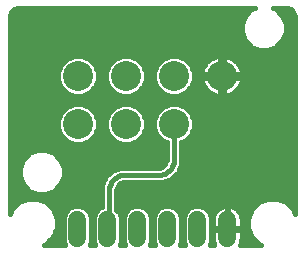
<source format=gtl>
G75*
%MOIN*%
%OFA0B0*%
%FSLAX24Y24*%
%IPPOS*%
%LPD*%
%AMOC8*
5,1,8,0,0,1.08239X$1,22.5*
%
%ADD10C,0.1000*%
%ADD11C,0.0600*%
%ADD12C,0.0160*%
D10*
X002630Y004410D03*
X004230Y004410D03*
X005830Y004410D03*
X005830Y006010D03*
X007430Y006010D03*
X004230Y006010D03*
X002630Y006010D03*
D11*
X002615Y001210D02*
X002615Y000610D01*
X003615Y000610D02*
X003615Y001210D01*
X004615Y001210D02*
X004615Y000610D01*
X005615Y000610D02*
X005615Y001210D01*
X006615Y001210D02*
X006615Y000610D01*
X007615Y000610D02*
X007615Y001210D01*
D12*
X001574Y000423D02*
X001493Y000390D01*
X002208Y000390D01*
X002155Y000518D01*
X002155Y001301D01*
X002225Y001471D01*
X002354Y001600D01*
X002523Y001670D01*
X002706Y001670D01*
X002876Y001600D01*
X003005Y001471D01*
X003075Y001301D01*
X003075Y000518D01*
X003022Y000390D01*
X003208Y000390D01*
X003155Y000518D01*
X003155Y001301D01*
X003225Y001471D01*
X003354Y001600D01*
X003440Y001635D01*
X003440Y002357D01*
X003553Y002629D01*
X003553Y002629D01*
X003761Y002837D01*
X003761Y002837D01*
X004033Y002950D01*
X005330Y002950D01*
X005381Y002955D01*
X005474Y002994D01*
X005546Y003066D01*
X005585Y003159D01*
X005590Y003210D01*
X005590Y003795D01*
X005456Y003850D01*
X005270Y004036D01*
X005170Y004279D01*
X005170Y004541D01*
X005270Y004784D01*
X005456Y004970D01*
X005699Y005070D01*
X005961Y005070D01*
X006204Y004970D01*
X006390Y004784D01*
X006490Y004541D01*
X006490Y004279D01*
X006390Y004036D01*
X006204Y003850D01*
X006070Y003795D01*
X006070Y003063D01*
X009870Y003063D01*
X009870Y002905D02*
X006004Y002905D01*
X005957Y002791D02*
X006070Y003063D01*
X006070Y003222D02*
X009870Y003222D01*
X009870Y003380D02*
X006070Y003380D01*
X006070Y003539D02*
X009870Y003539D01*
X009870Y003697D02*
X006070Y003697D01*
X006209Y003856D02*
X009870Y003856D01*
X009870Y004014D02*
X006367Y004014D01*
X006446Y004173D02*
X009870Y004173D01*
X009870Y004331D02*
X006490Y004331D01*
X006490Y004490D02*
X009870Y004490D01*
X009870Y004648D02*
X006446Y004648D01*
X006367Y004807D02*
X009870Y004807D01*
X009870Y004965D02*
X006208Y004965D01*
X005961Y005350D02*
X005699Y005350D01*
X005456Y005450D01*
X005270Y005636D01*
X005170Y005879D01*
X005170Y006141D01*
X005270Y006384D01*
X005456Y006570D01*
X005699Y006670D01*
X005961Y006670D01*
X006204Y006570D01*
X006390Y006384D01*
X006490Y006141D01*
X006490Y005879D01*
X006390Y005636D01*
X006204Y005450D01*
X005961Y005350D01*
X006180Y005441D02*
X007056Y005441D01*
X007051Y005443D02*
X007129Y005399D01*
X007211Y005365D01*
X007297Y005342D01*
X007367Y005332D01*
X007367Y005947D01*
X007493Y005947D01*
X007493Y006073D01*
X008108Y006073D01*
X008098Y006143D01*
X008075Y006229D01*
X008041Y006311D01*
X007997Y006389D01*
X007942Y006459D01*
X007879Y006522D01*
X007809Y006577D01*
X007731Y006621D01*
X007649Y006655D01*
X007563Y006678D01*
X007493Y006688D01*
X007493Y006073D01*
X007367Y006073D01*
X007367Y006688D01*
X007297Y006678D01*
X007211Y006655D01*
X007129Y006621D01*
X007051Y006577D01*
X006981Y006522D01*
X006918Y006459D01*
X006863Y006389D01*
X006819Y006311D01*
X006785Y006229D01*
X006762Y006143D01*
X006752Y006073D01*
X007367Y006073D01*
X007367Y005947D01*
X006752Y005947D01*
X006762Y005877D01*
X006785Y005791D01*
X006819Y005709D01*
X006863Y005631D01*
X006918Y005561D01*
X006981Y005498D01*
X007051Y005443D01*
X006888Y005599D02*
X006352Y005599D01*
X006440Y005758D02*
X006799Y005758D01*
X006757Y005916D02*
X006490Y005916D01*
X006490Y006075D02*
X006753Y006075D01*
X006786Y006233D02*
X006452Y006233D01*
X006382Y006392D02*
X006866Y006392D01*
X007017Y006550D02*
X006223Y006550D01*
X005437Y006550D02*
X004623Y006550D01*
X004604Y006570D02*
X004361Y006670D01*
X004099Y006670D01*
X003856Y006570D01*
X003670Y006384D01*
X003570Y006141D01*
X003570Y005879D01*
X003670Y005636D01*
X003856Y005450D01*
X004099Y005350D01*
X004361Y005350D01*
X004604Y005450D01*
X004790Y005636D01*
X004890Y005879D01*
X004890Y006141D01*
X004790Y006384D01*
X004604Y006570D01*
X004782Y006392D02*
X005278Y006392D01*
X005208Y006233D02*
X004852Y006233D01*
X004890Y006075D02*
X005170Y006075D01*
X005170Y005916D02*
X004890Y005916D01*
X004840Y005758D02*
X005220Y005758D01*
X005308Y005599D02*
X004752Y005599D01*
X004580Y005441D02*
X005480Y005441D01*
X005452Y004965D02*
X004608Y004965D01*
X004604Y004970D02*
X004361Y005070D01*
X004099Y005070D01*
X003856Y004970D01*
X003670Y004784D01*
X003570Y004541D01*
X003570Y004279D01*
X003670Y004036D01*
X003856Y003850D01*
X004099Y003750D01*
X004361Y003750D01*
X004604Y003850D01*
X004790Y004036D01*
X004890Y004279D01*
X004890Y004541D01*
X004790Y004784D01*
X004604Y004970D01*
X004767Y004807D02*
X005293Y004807D01*
X005214Y004648D02*
X004846Y004648D01*
X004890Y004490D02*
X005170Y004490D01*
X005170Y004331D02*
X004890Y004331D01*
X004846Y004173D02*
X005214Y004173D01*
X005293Y004014D02*
X004767Y004014D01*
X004609Y003856D02*
X005451Y003856D01*
X005590Y003697D02*
X000360Y003697D01*
X000360Y003539D02*
X001278Y003539D01*
X001285Y003541D02*
X001016Y003430D01*
X000810Y003224D01*
X000699Y002955D01*
X000699Y002665D01*
X000810Y002396D01*
X001016Y002190D01*
X001285Y002079D01*
X001575Y002079D01*
X001844Y002190D01*
X002050Y002396D01*
X002161Y002665D01*
X002161Y002955D01*
X002050Y003224D01*
X001844Y003430D01*
X001575Y003541D01*
X001285Y003541D01*
X001582Y003539D02*
X005590Y003539D01*
X005590Y003380D02*
X001894Y003380D01*
X002051Y003222D02*
X005590Y003222D01*
X005544Y003063D02*
X002117Y003063D01*
X002161Y002905D02*
X003923Y002905D01*
X003669Y002746D02*
X002161Y002746D01*
X002129Y002588D02*
X003535Y002588D01*
X003470Y002429D02*
X002064Y002429D01*
X001925Y002271D02*
X003440Y002271D01*
X003440Y002112D02*
X001656Y002112D01*
X001574Y001797D02*
X001276Y001920D01*
X000954Y001920D01*
X000656Y001797D01*
X000428Y001569D01*
X000360Y001404D01*
X000360Y007960D01*
X000366Y008022D01*
X000414Y008138D01*
X000502Y008226D01*
X000618Y008274D01*
X000680Y008280D01*
X008537Y008280D01*
X008416Y008230D01*
X008210Y008024D01*
X008099Y007755D01*
X008099Y007465D01*
X008210Y007196D01*
X008416Y006990D01*
X008685Y006879D01*
X008975Y006879D01*
X009244Y006990D01*
X009450Y007196D01*
X009561Y007465D01*
X009561Y007755D01*
X009450Y008024D01*
X009244Y008230D01*
X009123Y008280D01*
X009550Y008280D01*
X009612Y008274D01*
X009728Y008226D01*
X009816Y008138D01*
X009864Y008022D01*
X009870Y007960D01*
X009870Y001404D01*
X009802Y001569D01*
X009574Y001797D01*
X009276Y001920D01*
X008954Y001920D01*
X008656Y001797D01*
X008428Y001569D01*
X008305Y001271D01*
X008305Y000949D01*
X008428Y000651D01*
X008656Y000423D01*
X008737Y000390D01*
X008042Y000390D01*
X008060Y000426D01*
X008083Y000498D01*
X008095Y000572D01*
X008095Y000890D01*
X007635Y000890D01*
X007635Y000930D01*
X007595Y000930D01*
X007595Y001690D01*
X007577Y001690D01*
X007503Y001678D01*
X007431Y001655D01*
X007363Y001621D01*
X007302Y001576D01*
X007249Y001523D01*
X007204Y001462D01*
X007170Y001394D01*
X007147Y001322D01*
X007135Y001248D01*
X007135Y000930D01*
X007595Y000930D01*
X007595Y000890D01*
X007135Y000890D01*
X007135Y000572D01*
X007147Y000498D01*
X007170Y000426D01*
X007188Y000390D01*
X007022Y000390D01*
X007075Y000518D01*
X007075Y001301D01*
X007005Y001471D01*
X006876Y001600D01*
X006706Y001670D01*
X006523Y001670D01*
X006354Y001600D01*
X006225Y001471D01*
X006155Y001301D01*
X006155Y000518D01*
X006208Y000390D01*
X006022Y000390D01*
X006075Y000518D01*
X006075Y001301D01*
X006005Y001471D01*
X005876Y001600D01*
X005706Y001670D01*
X005523Y001670D01*
X005354Y001600D01*
X005225Y001471D01*
X005155Y001301D01*
X005155Y000518D01*
X005208Y000390D01*
X005022Y000390D01*
X005075Y000518D01*
X005075Y001301D01*
X005005Y001471D01*
X004876Y001600D01*
X004706Y001670D01*
X004523Y001670D01*
X004354Y001600D01*
X004225Y001471D01*
X004155Y001301D01*
X004155Y000518D01*
X004208Y000390D01*
X004022Y000390D01*
X004075Y000518D01*
X004075Y001301D01*
X004005Y001471D01*
X003920Y001556D01*
X003920Y002210D01*
X003925Y002261D01*
X003964Y002354D01*
X004036Y002426D01*
X004129Y002465D01*
X004180Y002470D01*
X005477Y002470D01*
X005749Y002583D01*
X005957Y002791D01*
X005957Y002791D01*
X005957Y002791D01*
X005913Y002746D02*
X009870Y002746D01*
X009870Y002588D02*
X005754Y002588D01*
X005330Y002710D02*
X004180Y002710D01*
X004042Y002429D02*
X009870Y002429D01*
X009870Y002271D02*
X003929Y002271D01*
X003920Y002112D02*
X009870Y002112D01*
X009870Y001954D02*
X003920Y001954D01*
X003920Y001795D02*
X008655Y001795D01*
X008496Y001637D02*
X007835Y001637D01*
X007867Y001621D02*
X007799Y001655D01*
X007727Y001678D01*
X007653Y001690D01*
X007635Y001690D01*
X007635Y000930D01*
X008095Y000930D01*
X008095Y001248D01*
X008083Y001322D01*
X008060Y001394D01*
X008026Y001462D01*
X007981Y001523D01*
X007928Y001576D01*
X007867Y001621D01*
X008014Y001478D02*
X008391Y001478D01*
X008325Y001320D02*
X008084Y001320D01*
X008095Y001161D02*
X008305Y001161D01*
X008305Y001003D02*
X008095Y001003D01*
X008095Y000844D02*
X008349Y000844D01*
X008414Y000686D02*
X008095Y000686D01*
X008088Y000527D02*
X008553Y000527D01*
X007635Y001003D02*
X007595Y001003D01*
X007595Y001161D02*
X007635Y001161D01*
X007635Y001320D02*
X007595Y001320D01*
X007595Y001478D02*
X007635Y001478D01*
X007635Y001637D02*
X007595Y001637D01*
X007395Y001637D02*
X006787Y001637D01*
X006998Y001478D02*
X007216Y001478D01*
X007146Y001320D02*
X007068Y001320D01*
X007075Y001161D02*
X007135Y001161D01*
X007135Y001003D02*
X007075Y001003D01*
X007075Y000844D02*
X007135Y000844D01*
X007135Y000686D02*
X007075Y000686D01*
X007075Y000527D02*
X007142Y000527D01*
X006155Y000527D02*
X006075Y000527D01*
X006075Y000686D02*
X006155Y000686D01*
X006155Y000844D02*
X006075Y000844D01*
X006075Y001003D02*
X006155Y001003D01*
X006155Y001161D02*
X006075Y001161D01*
X006068Y001320D02*
X006162Y001320D01*
X006232Y001478D02*
X005998Y001478D01*
X005787Y001637D02*
X006443Y001637D01*
X005443Y001637D02*
X004787Y001637D01*
X004998Y001478D02*
X005232Y001478D01*
X005162Y001320D02*
X005068Y001320D01*
X005075Y001161D02*
X005155Y001161D01*
X005155Y001003D02*
X005075Y001003D01*
X005075Y000844D02*
X005155Y000844D01*
X005155Y000686D02*
X005075Y000686D01*
X005075Y000527D02*
X005155Y000527D01*
X004155Y000527D02*
X004075Y000527D01*
X004075Y000686D02*
X004155Y000686D01*
X004155Y000844D02*
X004075Y000844D01*
X004075Y001003D02*
X004155Y001003D01*
X004155Y001161D02*
X004075Y001161D01*
X004068Y001320D02*
X004162Y001320D01*
X004232Y001478D02*
X003998Y001478D01*
X003920Y001637D02*
X004443Y001637D01*
X003680Y002210D02*
X003682Y002254D01*
X003688Y002297D01*
X003697Y002339D01*
X003710Y002381D01*
X003727Y002421D01*
X003747Y002460D01*
X003770Y002497D01*
X003797Y002531D01*
X003826Y002564D01*
X003859Y002593D01*
X003893Y002620D01*
X003930Y002643D01*
X003969Y002663D01*
X004009Y002680D01*
X004051Y002693D01*
X004093Y002702D01*
X004136Y002708D01*
X004180Y002710D01*
X003680Y002210D02*
X003680Y000975D01*
X003678Y000961D01*
X003674Y000947D01*
X003666Y000934D01*
X003656Y000924D01*
X003643Y000916D01*
X003629Y000912D01*
X003615Y000910D01*
X003155Y000844D02*
X003075Y000844D01*
X003075Y000686D02*
X003155Y000686D01*
X003155Y000527D02*
X003075Y000527D01*
X003075Y001003D02*
X003155Y001003D01*
X003155Y001161D02*
X003075Y001161D01*
X003068Y001320D02*
X003162Y001320D01*
X003232Y001478D02*
X002998Y001478D01*
X002787Y001637D02*
X003440Y001637D01*
X003440Y001795D02*
X001575Y001795D01*
X001574Y001797D02*
X001802Y001569D01*
X001925Y001271D01*
X001925Y000949D01*
X001802Y000651D01*
X001574Y000423D01*
X001677Y000527D02*
X002155Y000527D01*
X002155Y000686D02*
X001816Y000686D01*
X001881Y000844D02*
X002155Y000844D01*
X002155Y001003D02*
X001925Y001003D01*
X001925Y001161D02*
X002155Y001161D01*
X002162Y001320D02*
X001905Y001320D01*
X001839Y001478D02*
X002232Y001478D01*
X002443Y001637D02*
X001734Y001637D01*
X001204Y002112D02*
X000360Y002112D01*
X000360Y001954D02*
X003440Y001954D01*
X005330Y002710D02*
X005374Y002712D01*
X005417Y002718D01*
X005459Y002727D01*
X005501Y002740D01*
X005541Y002757D01*
X005580Y002777D01*
X005617Y002800D01*
X005651Y002827D01*
X005684Y002856D01*
X005713Y002889D01*
X005740Y002923D01*
X005763Y002960D01*
X005783Y002999D01*
X005800Y003039D01*
X005813Y003081D01*
X005822Y003123D01*
X005828Y003166D01*
X005830Y003210D01*
X005830Y004410D01*
X007367Y005441D02*
X007493Y005441D01*
X007493Y005332D02*
X007563Y005342D01*
X007649Y005365D01*
X007731Y005399D01*
X007809Y005443D01*
X007879Y005498D01*
X007942Y005561D01*
X007997Y005631D01*
X008041Y005709D01*
X008075Y005791D01*
X008098Y005877D01*
X008108Y005947D01*
X007493Y005947D01*
X007493Y005332D01*
X007493Y005599D02*
X007367Y005599D01*
X007367Y005758D02*
X007493Y005758D01*
X007493Y005916D02*
X007367Y005916D01*
X007367Y006075D02*
X007493Y006075D01*
X007493Y006233D02*
X007367Y006233D01*
X007367Y006392D02*
X007493Y006392D01*
X007493Y006550D02*
X007367Y006550D01*
X007843Y006550D02*
X009870Y006550D01*
X009870Y006392D02*
X007994Y006392D01*
X008074Y006233D02*
X009870Y006233D01*
X009870Y006075D02*
X008107Y006075D01*
X008103Y005916D02*
X009870Y005916D01*
X009870Y005758D02*
X008061Y005758D01*
X007972Y005599D02*
X009870Y005599D01*
X009870Y005441D02*
X007804Y005441D01*
X008380Y007026D02*
X000360Y007026D01*
X000360Y007184D02*
X008222Y007184D01*
X008149Y007343D02*
X000360Y007343D01*
X000360Y007501D02*
X008099Y007501D01*
X008099Y007660D02*
X000360Y007660D01*
X000360Y007818D02*
X008125Y007818D01*
X008190Y007977D02*
X000362Y007977D01*
X000413Y008135D02*
X008321Y008135D01*
X009339Y008135D02*
X009817Y008135D01*
X009868Y007977D02*
X009470Y007977D01*
X009535Y007818D02*
X009870Y007818D01*
X009870Y007660D02*
X009561Y007660D01*
X009561Y007501D02*
X009870Y007501D01*
X009870Y007343D02*
X009511Y007343D01*
X009438Y007184D02*
X009870Y007184D01*
X009870Y007026D02*
X009280Y007026D01*
X009870Y006867D02*
X000360Y006867D01*
X000360Y006709D02*
X009870Y006709D01*
X009870Y005282D02*
X000360Y005282D01*
X000360Y005124D02*
X009870Y005124D01*
X009870Y001795D02*
X009575Y001795D01*
X009734Y001637D02*
X009870Y001637D01*
X009870Y001478D02*
X009839Y001478D01*
X003851Y003856D02*
X003009Y003856D01*
X003004Y003850D02*
X003190Y004036D01*
X003290Y004279D01*
X003290Y004541D01*
X003190Y004784D01*
X003004Y004970D01*
X002761Y005070D01*
X002499Y005070D01*
X002256Y004970D01*
X002070Y004784D01*
X001970Y004541D01*
X001970Y004279D01*
X002070Y004036D01*
X002256Y003850D01*
X002499Y003750D01*
X002761Y003750D01*
X003004Y003850D01*
X003167Y004014D02*
X003693Y004014D01*
X003614Y004173D02*
X003246Y004173D01*
X003290Y004331D02*
X003570Y004331D01*
X003570Y004490D02*
X003290Y004490D01*
X003246Y004648D02*
X003614Y004648D01*
X003693Y004807D02*
X003167Y004807D01*
X003008Y004965D02*
X003852Y004965D01*
X003880Y005441D02*
X002980Y005441D01*
X003004Y005450D02*
X003190Y005636D01*
X003290Y005879D01*
X003290Y006141D01*
X003190Y006384D01*
X003004Y006570D01*
X002761Y006670D01*
X002499Y006670D01*
X002256Y006570D01*
X002070Y006384D01*
X001970Y006141D01*
X001970Y005879D01*
X002070Y005636D01*
X002256Y005450D01*
X002499Y005350D01*
X002761Y005350D01*
X003004Y005450D01*
X003152Y005599D02*
X003708Y005599D01*
X003620Y005758D02*
X003240Y005758D01*
X003290Y005916D02*
X003570Y005916D01*
X003570Y006075D02*
X003290Y006075D01*
X003252Y006233D02*
X003608Y006233D01*
X003678Y006392D02*
X003182Y006392D01*
X003023Y006550D02*
X003837Y006550D01*
X002280Y005441D02*
X000360Y005441D01*
X000360Y005599D02*
X002108Y005599D01*
X002020Y005758D02*
X000360Y005758D01*
X000360Y005916D02*
X001970Y005916D01*
X001970Y006075D02*
X000360Y006075D01*
X000360Y006233D02*
X002008Y006233D01*
X002078Y006392D02*
X000360Y006392D01*
X000360Y006550D02*
X002237Y006550D01*
X002252Y004965D02*
X000360Y004965D01*
X000360Y004807D02*
X002093Y004807D01*
X002014Y004648D02*
X000360Y004648D01*
X000360Y004490D02*
X001970Y004490D01*
X001970Y004331D02*
X000360Y004331D01*
X000360Y004173D02*
X002014Y004173D01*
X002093Y004014D02*
X000360Y004014D01*
X000360Y003856D02*
X002251Y003856D01*
X000966Y003380D02*
X000360Y003380D01*
X000360Y003222D02*
X000809Y003222D01*
X000743Y003063D02*
X000360Y003063D01*
X000360Y002905D02*
X000699Y002905D01*
X000699Y002746D02*
X000360Y002746D01*
X000360Y002588D02*
X000731Y002588D01*
X000796Y002429D02*
X000360Y002429D01*
X000360Y002271D02*
X000935Y002271D01*
X000655Y001795D02*
X000360Y001795D01*
X000360Y001637D02*
X000496Y001637D01*
X000391Y001478D02*
X000360Y001478D01*
M02*

</source>
